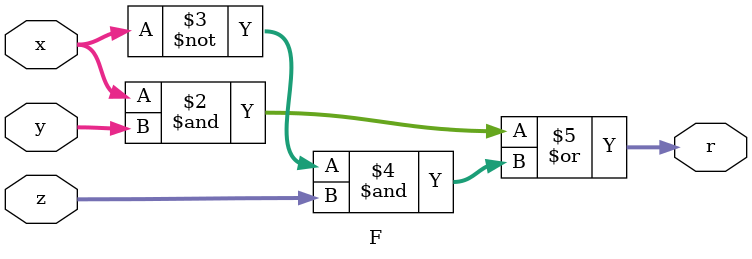
<source format=v>
module F (
    input [31:0]x,
    input [31:0]y,
    input [31:0]z,
    output reg [31:0]r
);
always@(*) begin
    r = (x & y) | ((~x) & z);
end
endmodule
</source>
